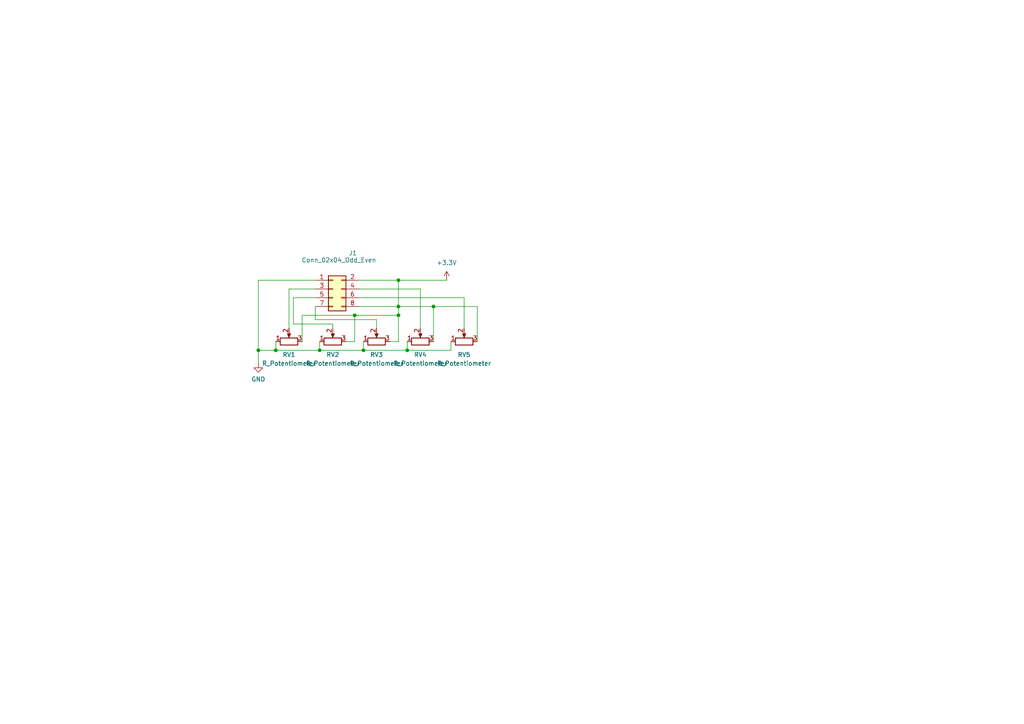
<source format=kicad_sch>
(kicad_sch
	(version 20250114)
	(generator "eeschema")
	(generator_version "9.0")
	(uuid "30781491-dbd5-4182-9b32-4fd32e681420")
	(paper "A4")
	(lib_symbols
		(symbol "Connector_Generic:Conn_02x04_Odd_Even"
			(pin_names
				(offset 1.016)
				(hide yes)
			)
			(exclude_from_sim no)
			(in_bom yes)
			(on_board yes)
			(property "Reference" "J"
				(at 1.27 5.08 0)
				(effects
					(font
						(size 1.27 1.27)
					)
				)
			)
			(property "Value" "Conn_02x04_Odd_Even"
				(at 1.27 -7.62 0)
				(effects
					(font
						(size 1.27 1.27)
					)
				)
			)
			(property "Footprint" ""
				(at 0 0 0)
				(effects
					(font
						(size 1.27 1.27)
					)
					(hide yes)
				)
			)
			(property "Datasheet" "~"
				(at 0 0 0)
				(effects
					(font
						(size 1.27 1.27)
					)
					(hide yes)
				)
			)
			(property "Description" "Generic connector, double row, 02x04, odd/even pin numbering scheme (row 1 odd numbers, row 2 even numbers), script generated (kicad-library-utils/schlib/autogen/connector/)"
				(at 0 0 0)
				(effects
					(font
						(size 1.27 1.27)
					)
					(hide yes)
				)
			)
			(property "ki_keywords" "connector"
				(at 0 0 0)
				(effects
					(font
						(size 1.27 1.27)
					)
					(hide yes)
				)
			)
			(property "ki_fp_filters" "Connector*:*_2x??_*"
				(at 0 0 0)
				(effects
					(font
						(size 1.27 1.27)
					)
					(hide yes)
				)
			)
			(symbol "Conn_02x04_Odd_Even_1_1"
				(rectangle
					(start -1.27 3.81)
					(end 3.81 -6.35)
					(stroke
						(width 0.254)
						(type default)
					)
					(fill
						(type background)
					)
				)
				(rectangle
					(start -1.27 2.667)
					(end 0 2.413)
					(stroke
						(width 0.1524)
						(type default)
					)
					(fill
						(type none)
					)
				)
				(rectangle
					(start -1.27 0.127)
					(end 0 -0.127)
					(stroke
						(width 0.1524)
						(type default)
					)
					(fill
						(type none)
					)
				)
				(rectangle
					(start -1.27 -2.413)
					(end 0 -2.667)
					(stroke
						(width 0.1524)
						(type default)
					)
					(fill
						(type none)
					)
				)
				(rectangle
					(start -1.27 -4.953)
					(end 0 -5.207)
					(stroke
						(width 0.1524)
						(type default)
					)
					(fill
						(type none)
					)
				)
				(rectangle
					(start 3.81 2.667)
					(end 2.54 2.413)
					(stroke
						(width 0.1524)
						(type default)
					)
					(fill
						(type none)
					)
				)
				(rectangle
					(start 3.81 0.127)
					(end 2.54 -0.127)
					(stroke
						(width 0.1524)
						(type default)
					)
					(fill
						(type none)
					)
				)
				(rectangle
					(start 3.81 -2.413)
					(end 2.54 -2.667)
					(stroke
						(width 0.1524)
						(type default)
					)
					(fill
						(type none)
					)
				)
				(rectangle
					(start 3.81 -4.953)
					(end 2.54 -5.207)
					(stroke
						(width 0.1524)
						(type default)
					)
					(fill
						(type none)
					)
				)
				(pin passive line
					(at -5.08 2.54 0)
					(length 3.81)
					(name "Pin_1"
						(effects
							(font
								(size 1.27 1.27)
							)
						)
					)
					(number "1"
						(effects
							(font
								(size 1.27 1.27)
							)
						)
					)
				)
				(pin passive line
					(at -5.08 0 0)
					(length 3.81)
					(name "Pin_3"
						(effects
							(font
								(size 1.27 1.27)
							)
						)
					)
					(number "3"
						(effects
							(font
								(size 1.27 1.27)
							)
						)
					)
				)
				(pin passive line
					(at -5.08 -2.54 0)
					(length 3.81)
					(name "Pin_5"
						(effects
							(font
								(size 1.27 1.27)
							)
						)
					)
					(number "5"
						(effects
							(font
								(size 1.27 1.27)
							)
						)
					)
				)
				(pin passive line
					(at -5.08 -5.08 0)
					(length 3.81)
					(name "Pin_7"
						(effects
							(font
								(size 1.27 1.27)
							)
						)
					)
					(number "7"
						(effects
							(font
								(size 1.27 1.27)
							)
						)
					)
				)
				(pin passive line
					(at 7.62 2.54 180)
					(length 3.81)
					(name "Pin_2"
						(effects
							(font
								(size 1.27 1.27)
							)
						)
					)
					(number "2"
						(effects
							(font
								(size 1.27 1.27)
							)
						)
					)
				)
				(pin passive line
					(at 7.62 0 180)
					(length 3.81)
					(name "Pin_4"
						(effects
							(font
								(size 1.27 1.27)
							)
						)
					)
					(number "4"
						(effects
							(font
								(size 1.27 1.27)
							)
						)
					)
				)
				(pin passive line
					(at 7.62 -2.54 180)
					(length 3.81)
					(name "Pin_6"
						(effects
							(font
								(size 1.27 1.27)
							)
						)
					)
					(number "6"
						(effects
							(font
								(size 1.27 1.27)
							)
						)
					)
				)
				(pin passive line
					(at 7.62 -5.08 180)
					(length 3.81)
					(name "Pin_8"
						(effects
							(font
								(size 1.27 1.27)
							)
						)
					)
					(number "8"
						(effects
							(font
								(size 1.27 1.27)
							)
						)
					)
				)
			)
			(embedded_fonts no)
		)
		(symbol "Device:R_Potentiometer"
			(pin_names
				(offset 1.016)
				(hide yes)
			)
			(exclude_from_sim no)
			(in_bom yes)
			(on_board yes)
			(property "Reference" "RV"
				(at -4.445 0 90)
				(effects
					(font
						(size 1.27 1.27)
					)
				)
			)
			(property "Value" "R_Potentiometer"
				(at -2.54 0 90)
				(effects
					(font
						(size 1.27 1.27)
					)
				)
			)
			(property "Footprint" ""
				(at 0 0 0)
				(effects
					(font
						(size 1.27 1.27)
					)
					(hide yes)
				)
			)
			(property "Datasheet" "~"
				(at 0 0 0)
				(effects
					(font
						(size 1.27 1.27)
					)
					(hide yes)
				)
			)
			(property "Description" "Potentiometer"
				(at 0 0 0)
				(effects
					(font
						(size 1.27 1.27)
					)
					(hide yes)
				)
			)
			(property "ki_keywords" "resistor variable"
				(at 0 0 0)
				(effects
					(font
						(size 1.27 1.27)
					)
					(hide yes)
				)
			)
			(property "ki_fp_filters" "Potentiometer*"
				(at 0 0 0)
				(effects
					(font
						(size 1.27 1.27)
					)
					(hide yes)
				)
			)
			(symbol "R_Potentiometer_0_1"
				(rectangle
					(start 1.016 2.54)
					(end -1.016 -2.54)
					(stroke
						(width 0.254)
						(type default)
					)
					(fill
						(type none)
					)
				)
				(polyline
					(pts
						(xy 1.143 0) (xy 2.286 0.508) (xy 2.286 -0.508) (xy 1.143 0)
					)
					(stroke
						(width 0)
						(type default)
					)
					(fill
						(type outline)
					)
				)
				(polyline
					(pts
						(xy 2.54 0) (xy 1.524 0)
					)
					(stroke
						(width 0)
						(type default)
					)
					(fill
						(type none)
					)
				)
			)
			(symbol "R_Potentiometer_1_1"
				(pin passive line
					(at 0 3.81 270)
					(length 1.27)
					(name "1"
						(effects
							(font
								(size 1.27 1.27)
							)
						)
					)
					(number "1"
						(effects
							(font
								(size 1.27 1.27)
							)
						)
					)
				)
				(pin passive line
					(at 0 -3.81 90)
					(length 1.27)
					(name "3"
						(effects
							(font
								(size 1.27 1.27)
							)
						)
					)
					(number "3"
						(effects
							(font
								(size 1.27 1.27)
							)
						)
					)
				)
				(pin passive line
					(at 3.81 0 180)
					(length 1.27)
					(name "2"
						(effects
							(font
								(size 1.27 1.27)
							)
						)
					)
					(number "2"
						(effects
							(font
								(size 1.27 1.27)
							)
						)
					)
				)
			)
			(embedded_fonts no)
		)
		(symbol "power:+3.3V"
			(power)
			(pin_numbers
				(hide yes)
			)
			(pin_names
				(offset 0)
				(hide yes)
			)
			(exclude_from_sim no)
			(in_bom yes)
			(on_board yes)
			(property "Reference" "#PWR"
				(at 0 -3.81 0)
				(effects
					(font
						(size 1.27 1.27)
					)
					(hide yes)
				)
			)
			(property "Value" "+3.3V"
				(at 0 3.556 0)
				(effects
					(font
						(size 1.27 1.27)
					)
				)
			)
			(property "Footprint" ""
				(at 0 0 0)
				(effects
					(font
						(size 1.27 1.27)
					)
					(hide yes)
				)
			)
			(property "Datasheet" ""
				(at 0 0 0)
				(effects
					(font
						(size 1.27 1.27)
					)
					(hide yes)
				)
			)
			(property "Description" "Power symbol creates a global label with name \"+3.3V\""
				(at 0 0 0)
				(effects
					(font
						(size 1.27 1.27)
					)
					(hide yes)
				)
			)
			(property "ki_keywords" "global power"
				(at 0 0 0)
				(effects
					(font
						(size 1.27 1.27)
					)
					(hide yes)
				)
			)
			(symbol "+3.3V_0_1"
				(polyline
					(pts
						(xy -0.762 1.27) (xy 0 2.54)
					)
					(stroke
						(width 0)
						(type default)
					)
					(fill
						(type none)
					)
				)
				(polyline
					(pts
						(xy 0 2.54) (xy 0.762 1.27)
					)
					(stroke
						(width 0)
						(type default)
					)
					(fill
						(type none)
					)
				)
				(polyline
					(pts
						(xy 0 0) (xy 0 2.54)
					)
					(stroke
						(width 0)
						(type default)
					)
					(fill
						(type none)
					)
				)
			)
			(symbol "+3.3V_1_1"
				(pin power_in line
					(at 0 0 90)
					(length 0)
					(name "~"
						(effects
							(font
								(size 1.27 1.27)
							)
						)
					)
					(number "1"
						(effects
							(font
								(size 1.27 1.27)
							)
						)
					)
				)
			)
			(embedded_fonts no)
		)
		(symbol "power:GND"
			(power)
			(pin_numbers
				(hide yes)
			)
			(pin_names
				(offset 0)
				(hide yes)
			)
			(exclude_from_sim no)
			(in_bom yes)
			(on_board yes)
			(property "Reference" "#PWR"
				(at 0 -6.35 0)
				(effects
					(font
						(size 1.27 1.27)
					)
					(hide yes)
				)
			)
			(property "Value" "GND"
				(at 0 -3.81 0)
				(effects
					(font
						(size 1.27 1.27)
					)
				)
			)
			(property "Footprint" ""
				(at 0 0 0)
				(effects
					(font
						(size 1.27 1.27)
					)
					(hide yes)
				)
			)
			(property "Datasheet" ""
				(at 0 0 0)
				(effects
					(font
						(size 1.27 1.27)
					)
					(hide yes)
				)
			)
			(property "Description" "Power symbol creates a global label with name \"GND\" , ground"
				(at 0 0 0)
				(effects
					(font
						(size 1.27 1.27)
					)
					(hide yes)
				)
			)
			(property "ki_keywords" "global power"
				(at 0 0 0)
				(effects
					(font
						(size 1.27 1.27)
					)
					(hide yes)
				)
			)
			(symbol "GND_0_1"
				(polyline
					(pts
						(xy 0 0) (xy 0 -1.27) (xy 1.27 -1.27) (xy 0 -2.54) (xy -1.27 -1.27) (xy 0 -1.27)
					)
					(stroke
						(width 0)
						(type default)
					)
					(fill
						(type none)
					)
				)
			)
			(symbol "GND_1_1"
				(pin power_in line
					(at 0 0 270)
					(length 0)
					(name "~"
						(effects
							(font
								(size 1.27 1.27)
							)
						)
					)
					(number "1"
						(effects
							(font
								(size 1.27 1.27)
							)
						)
					)
				)
			)
			(embedded_fonts no)
		)
	)
	(junction
		(at 115.57 88.9)
		(diameter 0)
		(color 0 0 0 0)
		(uuid "1f7a94a4-0d53-43dc-afda-24ab2483f28a")
	)
	(junction
		(at 74.93 101.6)
		(diameter 0)
		(color 0 0 0 0)
		(uuid "20bdc54f-b9b1-414f-a8c1-b1a00972039b")
	)
	(junction
		(at 118.11 101.6)
		(diameter 0)
		(color 0 0 0 0)
		(uuid "47475218-26ba-4afa-8884-58617653acf9")
	)
	(junction
		(at 92.71 101.6)
		(diameter 0)
		(color 0 0 0 0)
		(uuid "67ac134b-df3a-40ef-b3bc-0f8218e287e3")
	)
	(junction
		(at 80.01 101.6)
		(diameter 0)
		(color 0 0 0 0)
		(uuid "903c0ca6-6e69-4d01-b612-55e165a4db86")
	)
	(junction
		(at 125.73 88.9)
		(diameter 0)
		(color 0 0 0 0)
		(uuid "96ab3695-aa4e-4c82-b121-4d7df98d8d66")
	)
	(junction
		(at 102.87 91.44)
		(diameter 0)
		(color 0 0 0 0)
		(uuid "d254e016-b9cd-4f92-9122-5cf5dd52f17a")
	)
	(junction
		(at 115.57 91.44)
		(diameter 0)
		(color 0 0 0 0)
		(uuid "e881d908-f170-4f4c-820b-a94b3613a6b2")
	)
	(junction
		(at 115.57 81.28)
		(diameter 0)
		(color 0 0 0 0)
		(uuid "f98187d5-4b31-46c0-8d5e-fe11373aabaf")
	)
	(junction
		(at 105.41 101.6)
		(diameter 0)
		(color 0 0 0 0)
		(uuid "fdafdae2-b9dd-48fb-b964-f3bae51615bc")
	)
	(wire
		(pts
			(xy 92.71 99.06) (xy 92.71 101.6)
		)
		(stroke
			(width 0)
			(type default)
		)
		(uuid "007c83a8-3a13-4dbb-90a7-5918adb64c9c")
	)
	(wire
		(pts
			(xy 102.87 99.06) (xy 102.87 91.44)
		)
		(stroke
			(width 0)
			(type default)
		)
		(uuid "06a422cd-06fd-4c98-b825-3cf283daf6a0")
	)
	(wire
		(pts
			(xy 87.63 91.44) (xy 102.87 91.44)
		)
		(stroke
			(width 0)
			(type default)
		)
		(uuid "07370cbb-8d01-4c0f-b8c3-20b4a0274df9")
	)
	(wire
		(pts
			(xy 118.11 99.06) (xy 118.11 101.6)
		)
		(stroke
			(width 0)
			(type default)
		)
		(uuid "0f8fbfac-4581-4b68-8c0c-5143dfdf36d5")
	)
	(wire
		(pts
			(xy 118.11 101.6) (xy 105.41 101.6)
		)
		(stroke
			(width 0)
			(type default)
		)
		(uuid "156b8f5f-0ac2-4608-aff8-0bdd9cc83286")
	)
	(wire
		(pts
			(xy 104.14 81.28) (xy 115.57 81.28)
		)
		(stroke
			(width 0)
			(type default)
		)
		(uuid "1d800c00-fb3c-491f-95f2-dc77163f9fbf")
	)
	(wire
		(pts
			(xy 125.73 88.9) (xy 138.43 88.9)
		)
		(stroke
			(width 0)
			(type default)
		)
		(uuid "2cd8a1b0-2c7d-4d67-a369-4de0121743dc")
	)
	(wire
		(pts
			(xy 85.09 86.36) (xy 91.44 86.36)
		)
		(stroke
			(width 0)
			(type default)
		)
		(uuid "2dc7948a-0221-4e59-9b16-7aacac51eb58")
	)
	(wire
		(pts
			(xy 96.52 93.98) (xy 85.09 93.98)
		)
		(stroke
			(width 0)
			(type default)
		)
		(uuid "2f68f2db-fb1e-4914-a75d-8a138309184d")
	)
	(wire
		(pts
			(xy 115.57 88.9) (xy 115.57 91.44)
		)
		(stroke
			(width 0)
			(type default)
		)
		(uuid "303df4e3-1bbc-4c7b-8222-f9d48b97d504")
	)
	(wire
		(pts
			(xy 115.57 81.28) (xy 129.54 81.28)
		)
		(stroke
			(width 0)
			(type default)
		)
		(uuid "3070c8f3-e4da-461b-a6e3-12fbc87bee22")
	)
	(wire
		(pts
			(xy 115.57 91.44) (xy 115.57 99.06)
		)
		(stroke
			(width 0)
			(type default)
		)
		(uuid "41c044c5-2df4-4677-b6f2-7c9a064c280d")
	)
	(wire
		(pts
			(xy 80.01 101.6) (xy 74.93 101.6)
		)
		(stroke
			(width 0)
			(type default)
		)
		(uuid "50ac9ee3-91ac-4e0b-834d-df82d149dd65")
	)
	(wire
		(pts
			(xy 83.82 83.82) (xy 91.44 83.82)
		)
		(stroke
			(width 0)
			(type default)
		)
		(uuid "50ee4cc0-77df-4fb0-9584-3186c1cc68ff")
	)
	(wire
		(pts
			(xy 104.14 83.82) (xy 121.92 83.82)
		)
		(stroke
			(width 0)
			(type default)
		)
		(uuid "51eeaad6-3edd-40a9-b28b-0004ae80d028")
	)
	(wire
		(pts
			(xy 80.01 99.06) (xy 80.01 101.6)
		)
		(stroke
			(width 0)
			(type default)
		)
		(uuid "5745bda6-f2f2-477d-a40c-ef8379664a34")
	)
	(wire
		(pts
			(xy 91.44 88.9) (xy 91.44 92.71)
		)
		(stroke
			(width 0)
			(type default)
		)
		(uuid "60d1b83b-15e0-4477-8605-c0147606e4be")
	)
	(wire
		(pts
			(xy 104.14 88.9) (xy 115.57 88.9)
		)
		(stroke
			(width 0)
			(type default)
		)
		(uuid "6b834ab7-1737-46d0-a794-69a3094ef2b7")
	)
	(wire
		(pts
			(xy 85.09 93.98) (xy 85.09 86.36)
		)
		(stroke
			(width 0)
			(type default)
		)
		(uuid "6e51813a-8b48-41f9-92b6-3dd95c49f9ad")
	)
	(wire
		(pts
			(xy 74.93 81.28) (xy 74.93 101.6)
		)
		(stroke
			(width 0)
			(type default)
		)
		(uuid "6f96c315-548e-469c-8133-98ce1c2d0715")
	)
	(wire
		(pts
			(xy 134.62 86.36) (xy 134.62 95.25)
		)
		(stroke
			(width 0)
			(type default)
		)
		(uuid "931e9023-fffc-45f6-bc4e-7b98b6315424")
	)
	(wire
		(pts
			(xy 105.41 101.6) (xy 92.71 101.6)
		)
		(stroke
			(width 0)
			(type default)
		)
		(uuid "937cd84f-9980-4277-bd9d-ddcb54faa24a")
	)
	(wire
		(pts
			(xy 105.41 99.06) (xy 105.41 101.6)
		)
		(stroke
			(width 0)
			(type default)
		)
		(uuid "96c07ef1-8dd2-4831-9547-6162fe9ba43c")
	)
	(wire
		(pts
			(xy 91.44 92.71) (xy 109.22 92.71)
		)
		(stroke
			(width 0)
			(type default)
		)
		(uuid "97bf20b5-01ba-47cb-9ba2-66e6707c6eb7")
	)
	(wire
		(pts
			(xy 87.63 99.06) (xy 87.63 91.44)
		)
		(stroke
			(width 0)
			(type default)
		)
		(uuid "9d81b707-eb6a-4336-abcf-6a68dd6cc748")
	)
	(wire
		(pts
			(xy 100.33 99.06) (xy 102.87 99.06)
		)
		(stroke
			(width 0)
			(type default)
		)
		(uuid "a13f59b8-e3f6-40a2-a7d3-c8340a8bd36c")
	)
	(wire
		(pts
			(xy 130.81 101.6) (xy 130.81 99.06)
		)
		(stroke
			(width 0)
			(type default)
		)
		(uuid "aeb6d531-463f-4258-8af6-cb622c1c41f0")
	)
	(wire
		(pts
			(xy 74.93 101.6) (xy 74.93 105.41)
		)
		(stroke
			(width 0)
			(type default)
		)
		(uuid "af181f36-876f-405f-a37e-a8ae5c193472")
	)
	(wire
		(pts
			(xy 113.03 99.06) (xy 115.57 99.06)
		)
		(stroke
			(width 0)
			(type default)
		)
		(uuid "b395cb27-635c-41d0-a138-3776da099414")
	)
	(wire
		(pts
			(xy 121.92 83.82) (xy 121.92 95.25)
		)
		(stroke
			(width 0)
			(type default)
		)
		(uuid "ba7073e2-8d8f-4cc6-bf90-c1e9dda29225")
	)
	(wire
		(pts
			(xy 104.14 86.36) (xy 134.62 86.36)
		)
		(stroke
			(width 0)
			(type default)
		)
		(uuid "bb53177b-fbc0-4714-9247-a2b922bd26a5")
	)
	(wire
		(pts
			(xy 138.43 88.9) (xy 138.43 99.06)
		)
		(stroke
			(width 0)
			(type default)
		)
		(uuid "bbd596c4-e770-4d9e-b068-0442037afb04")
	)
	(wire
		(pts
			(xy 102.87 91.44) (xy 115.57 91.44)
		)
		(stroke
			(width 0)
			(type default)
		)
		(uuid "c0d948a0-b3d1-4116-bf67-b4972fcc5962")
	)
	(wire
		(pts
			(xy 92.71 101.6) (xy 80.01 101.6)
		)
		(stroke
			(width 0)
			(type default)
		)
		(uuid "c88640a1-6337-4350-ab07-1688bf250ae8")
	)
	(wire
		(pts
			(xy 118.11 101.6) (xy 130.81 101.6)
		)
		(stroke
			(width 0)
			(type default)
		)
		(uuid "d6f78a36-0739-451a-9a8d-525468112a2f")
	)
	(wire
		(pts
			(xy 74.93 81.28) (xy 91.44 81.28)
		)
		(stroke
			(width 0)
			(type default)
		)
		(uuid "d883dc00-411c-4c86-892c-10082ee8f1b0")
	)
	(wire
		(pts
			(xy 83.82 83.82) (xy 83.82 95.25)
		)
		(stroke
			(width 0)
			(type default)
		)
		(uuid "dc5ccb24-c3f1-4d28-9e5b-7c5387f35aed")
	)
	(wire
		(pts
			(xy 115.57 81.28) (xy 115.57 88.9)
		)
		(stroke
			(width 0)
			(type default)
		)
		(uuid "df2b1346-946c-4329-8a1c-64339ab633df")
	)
	(wire
		(pts
			(xy 96.52 93.98) (xy 96.52 95.25)
		)
		(stroke
			(width 0)
			(type default)
		)
		(uuid "e2bb65f4-4669-4337-a0a6-258ac167f12d")
	)
	(wire
		(pts
			(xy 125.73 99.06) (xy 125.73 88.9)
		)
		(stroke
			(width 0)
			(type default)
		)
		(uuid "e377da59-de50-4f3d-b96f-56078565a3d6")
	)
	(wire
		(pts
			(xy 109.22 92.71) (xy 109.22 95.25)
		)
		(stroke
			(width 0)
			(type default)
		)
		(uuid "f4c62a6d-533e-473e-a36f-04d5d125cbb0")
	)
	(wire
		(pts
			(xy 125.73 88.9) (xy 115.57 88.9)
		)
		(stroke
			(width 0)
			(type default)
		)
		(uuid "ffdd1653-f1b1-4a8b-ae03-9f2ee9a3cb09")
	)
	(symbol
		(lib_id "Device:R_Potentiometer")
		(at 134.62 99.06 90)
		(unit 1)
		(exclude_from_sim no)
		(in_bom yes)
		(on_board yes)
		(dnp no)
		(fields_autoplaced yes)
		(uuid "15e57d41-863d-4fd4-af5d-ccbe555bb8ce")
		(property "Reference" "RV5"
			(at 134.62 102.87 90)
			(effects
				(font
					(size 1.27 1.27)
				)
			)
		)
		(property "Value" "R_Potentiometer"
			(at 134.62 105.41 90)
			(effects
				(font
					(size 1.27 1.27)
				)
			)
		)
		(property "Footprint" "Stephen:Potentiometer_Alpha_RD901F-40-00D_Single_Vertical_CENTER"
			(at 134.62 99.06 0)
			(effects
				(font
					(size 1.27 1.27)
				)
				(hide yes)
			)
		)
		(property "Datasheet" "~"
			(at 134.62 99.06 0)
			(effects
				(font
					(size 1.27 1.27)
				)
				(hide yes)
			)
		)
		(property "Description" "Potentiometer"
			(at 134.62 99.06 0)
			(effects
				(font
					(size 1.27 1.27)
				)
				(hide yes)
			)
		)
		(pin "3"
			(uuid "38607496-8997-4572-9111-2bc364aa213c")
		)
		(pin "1"
			(uuid "e5abc719-397e-4bf9-a897-f5011a3eb81b")
		)
		(pin "2"
			(uuid "3d7dec01-f4d4-4934-99fa-dcde31f50e74")
		)
		(instances
			(project "midi_pot"
				(path "/30781491-dbd5-4182-9b32-4fd32e681420"
					(reference "RV5")
					(unit 1)
				)
			)
		)
	)
	(symbol
		(lib_id "power:+3.3V")
		(at 129.54 81.28 0)
		(unit 1)
		(exclude_from_sim no)
		(in_bom yes)
		(on_board yes)
		(dnp no)
		(fields_autoplaced yes)
		(uuid "3dd4c618-0100-4292-97c6-ba333005822f")
		(property "Reference" "#PWR01"
			(at 129.54 85.09 0)
			(effects
				(font
					(size 1.27 1.27)
				)
				(hide yes)
			)
		)
		(property "Value" "+3.3V"
			(at 129.54 76.2 0)
			(effects
				(font
					(size 1.27 1.27)
				)
			)
		)
		(property "Footprint" ""
			(at 129.54 81.28 0)
			(effects
				(font
					(size 1.27 1.27)
				)
				(hide yes)
			)
		)
		(property "Datasheet" ""
			(at 129.54 81.28 0)
			(effects
				(font
					(size 1.27 1.27)
				)
				(hide yes)
			)
		)
		(property "Description" "Power symbol creates a global label with name \"+3.3V\""
			(at 129.54 81.28 0)
			(effects
				(font
					(size 1.27 1.27)
				)
				(hide yes)
			)
		)
		(pin "1"
			(uuid "fc4dfd69-4b7a-4945-b1a0-c71827fdec7c")
		)
		(instances
			(project ""
				(path "/30781491-dbd5-4182-9b32-4fd32e681420"
					(reference "#PWR01")
					(unit 1)
				)
			)
		)
	)
	(symbol
		(lib_id "Device:R_Potentiometer")
		(at 121.92 99.06 90)
		(unit 1)
		(exclude_from_sim no)
		(in_bom yes)
		(on_board yes)
		(dnp no)
		(fields_autoplaced yes)
		(uuid "62404139-c2dd-4864-910e-f13ccfec10f4")
		(property "Reference" "RV4"
			(at 121.92 102.87 90)
			(effects
				(font
					(size 1.27 1.27)
				)
			)
		)
		(property "Value" "R_Potentiometer"
			(at 121.92 105.41 90)
			(effects
				(font
					(size 1.27 1.27)
				)
			)
		)
		(property "Footprint" "Stephen:Potentiometer_Alpha_RD901F-40-00D_Single_Vertical_CENTER"
			(at 121.92 99.06 0)
			(effects
				(font
					(size 1.27 1.27)
				)
				(hide yes)
			)
		)
		(property "Datasheet" "~"
			(at 121.92 99.06 0)
			(effects
				(font
					(size 1.27 1.27)
				)
				(hide yes)
			)
		)
		(property "Description" "Potentiometer"
			(at 121.92 99.06 0)
			(effects
				(font
					(size 1.27 1.27)
				)
				(hide yes)
			)
		)
		(pin "3"
			(uuid "6d13ce7c-5a11-4454-bd3a-7b41cc2c2a42")
		)
		(pin "1"
			(uuid "256cf38f-abae-436c-8d52-8a1dc146cce9")
		)
		(pin "2"
			(uuid "1c05c72f-7477-4d13-93f9-5785b6610298")
		)
		(instances
			(project "midi_pot"
				(path "/30781491-dbd5-4182-9b32-4fd32e681420"
					(reference "RV4")
					(unit 1)
				)
			)
		)
	)
	(symbol
		(lib_id "power:GND")
		(at 74.93 105.41 0)
		(unit 1)
		(exclude_from_sim no)
		(in_bom yes)
		(on_board yes)
		(dnp no)
		(uuid "833c3dd9-0526-4e23-8b96-ae1f1e6d8a5e")
		(property "Reference" "#PWR02"
			(at 74.93 111.76 0)
			(effects
				(font
					(size 1.27 1.27)
				)
				(hide yes)
			)
		)
		(property "Value" "GND"
			(at 74.93 109.982 0)
			(effects
				(font
					(size 1.27 1.27)
				)
			)
		)
		(property "Footprint" ""
			(at 74.93 105.41 0)
			(effects
				(font
					(size 1.27 1.27)
				)
				(hide yes)
			)
		)
		(property "Datasheet" ""
			(at 74.93 105.41 0)
			(effects
				(font
					(size 1.27 1.27)
				)
				(hide yes)
			)
		)
		(property "Description" "Power symbol creates a global label with name \"GND\" , ground"
			(at 74.93 105.41 0)
			(effects
				(font
					(size 1.27 1.27)
				)
				(hide yes)
			)
		)
		(pin "1"
			(uuid "89238bf6-8294-46fc-9847-b6668864c2ac")
		)
		(instances
			(project ""
				(path "/30781491-dbd5-4182-9b32-4fd32e681420"
					(reference "#PWR02")
					(unit 1)
				)
			)
		)
	)
	(symbol
		(lib_id "Device:R_Potentiometer")
		(at 96.52 99.06 90)
		(unit 1)
		(exclude_from_sim no)
		(in_bom yes)
		(on_board yes)
		(dnp no)
		(fields_autoplaced yes)
		(uuid "98556e51-80bc-4a62-8581-17db59c404f9")
		(property "Reference" "RV2"
			(at 96.52 102.87 90)
			(effects
				(font
					(size 1.27 1.27)
				)
			)
		)
		(property "Value" "R_Potentiometer"
			(at 96.52 105.41 90)
			(effects
				(font
					(size 1.27 1.27)
				)
			)
		)
		(property "Footprint" "Stephen:Potentiometer_Alpha_RD901F-40-00D_Single_Vertical_CENTER"
			(at 96.52 99.06 0)
			(effects
				(font
					(size 1.27 1.27)
				)
				(hide yes)
			)
		)
		(property "Datasheet" "~"
			(at 96.52 99.06 0)
			(effects
				(font
					(size 1.27 1.27)
				)
				(hide yes)
			)
		)
		(property "Description" "Potentiometer"
			(at 96.52 99.06 0)
			(effects
				(font
					(size 1.27 1.27)
				)
				(hide yes)
			)
		)
		(pin "3"
			(uuid "54f23ba1-ba6d-4286-bb04-fdf06cc96fa3")
		)
		(pin "1"
			(uuid "c38c1d92-77ac-44e8-a890-2c7aee167f51")
		)
		(pin "2"
			(uuid "5327aebf-9d72-4f24-b9f0-7ddb34511041")
		)
		(instances
			(project "midi_pot"
				(path "/30781491-dbd5-4182-9b32-4fd32e681420"
					(reference "RV2")
					(unit 1)
				)
			)
		)
	)
	(symbol
		(lib_id "Connector_Generic:Conn_02x04_Odd_Even")
		(at 96.52 83.82 0)
		(unit 1)
		(exclude_from_sim no)
		(in_bom yes)
		(on_board yes)
		(dnp no)
		(uuid "9a7889e0-bf34-4afd-8ba8-9f6da9e9c4f9")
		(property "Reference" "J1"
			(at 102.362 73.406 0)
			(effects
				(font
					(size 1.27 1.27)
				)
			)
		)
		(property "Value" "Conn_02x04_Odd_Even"
			(at 98.298 75.438 0)
			(effects
				(font
					(size 1.27 1.27)
				)
			)
		)
		(property "Footprint" "Stephen:MidiModuleBase"
			(at 96.52 83.82 0)
			(effects
				(font
					(size 1.27 1.27)
				)
				(hide yes)
			)
		)
		(property "Datasheet" "~"
			(at 96.52 83.82 0)
			(effects
				(font
					(size 1.27 1.27)
				)
				(hide yes)
			)
		)
		(property "Description" "Generic connector, double row, 02x04, odd/even pin numbering scheme (row 1 odd numbers, row 2 even numbers), script generated (kicad-library-utils/schlib/autogen/connector/)"
			(at 96.52 83.82 0)
			(effects
				(font
					(size 1.27 1.27)
				)
				(hide yes)
			)
		)
		(pin "5"
			(uuid "8422fac0-1c2e-4af8-a404-49aa25a223e0")
		)
		(pin "7"
			(uuid "29ebdbef-9eec-4267-9682-347e65d3464c")
		)
		(pin "3"
			(uuid "4f7b2a19-7964-4e13-bc72-6d42ee92db2c")
		)
		(pin "1"
			(uuid "89ff91b7-36e6-457e-938a-7cd1fef2c20e")
		)
		(pin "2"
			(uuid "fdbbdb2f-6254-4969-8ea8-86eb3d9d794a")
		)
		(pin "4"
			(uuid "6eb40a3a-4f37-46b1-9460-147e00593163")
		)
		(pin "6"
			(uuid "1b02573c-ea09-4364-92b5-04d36c700388")
		)
		(pin "8"
			(uuid "8f098330-2346-4c0c-95ce-acd509bef932")
		)
		(instances
			(project ""
				(path "/30781491-dbd5-4182-9b32-4fd32e681420"
					(reference "J1")
					(unit 1)
				)
			)
		)
	)
	(symbol
		(lib_id "Device:R_Potentiometer")
		(at 109.22 99.06 90)
		(unit 1)
		(exclude_from_sim no)
		(in_bom yes)
		(on_board yes)
		(dnp no)
		(fields_autoplaced yes)
		(uuid "aba7c2e5-2d3e-43ea-9a14-9d0ca3e08c4a")
		(property "Reference" "RV3"
			(at 109.22 102.87 90)
			(effects
				(font
					(size 1.27 1.27)
				)
			)
		)
		(property "Value" "R_Potentiometer"
			(at 109.22 105.41 90)
			(effects
				(font
					(size 1.27 1.27)
				)
			)
		)
		(property "Footprint" "Stephen:Potentiometer_Alpha_RD901F-40-00D_Single_Vertical_CENTER"
			(at 109.22 99.06 0)
			(effects
				(font
					(size 1.27 1.27)
				)
				(hide yes)
			)
		)
		(property "Datasheet" "~"
			(at 109.22 99.06 0)
			(effects
				(font
					(size 1.27 1.27)
				)
				(hide yes)
			)
		)
		(property "Description" "Potentiometer"
			(at 109.22 99.06 0)
			(effects
				(font
					(size 1.27 1.27)
				)
				(hide yes)
			)
		)
		(pin "3"
			(uuid "e54970ec-06ab-4c8a-a276-18425639e5ff")
		)
		(pin "1"
			(uuid "294c5894-53f5-4385-b2b6-3b1597a131ad")
		)
		(pin "2"
			(uuid "2e6d87dc-5e95-4409-be9c-12cb050601c9")
		)
		(instances
			(project "midi_pot"
				(path "/30781491-dbd5-4182-9b32-4fd32e681420"
					(reference "RV3")
					(unit 1)
				)
			)
		)
	)
	(symbol
		(lib_id "Device:R_Potentiometer")
		(at 83.82 99.06 90)
		(unit 1)
		(exclude_from_sim no)
		(in_bom yes)
		(on_board yes)
		(dnp no)
		(fields_autoplaced yes)
		(uuid "bdf18bb9-5230-439e-ae05-376e819c30b5")
		(property "Reference" "RV1"
			(at 83.82 102.87 90)
			(effects
				(font
					(size 1.27 1.27)
				)
			)
		)
		(property "Value" "R_Potentiometer"
			(at 83.82 105.41 90)
			(effects
				(font
					(size 1.27 1.27)
				)
			)
		)
		(property "Footprint" "Stephen:Potentiometer_Alpha_RD901F-40-00D_Single_Vertical_CENTER"
			(at 83.82 99.06 0)
			(effects
				(font
					(size 1.27 1.27)
				)
				(hide yes)
			)
		)
		(property "Datasheet" "~"
			(at 83.82 99.06 0)
			(effects
				(font
					(size 1.27 1.27)
				)
				(hide yes)
			)
		)
		(property "Description" "Potentiometer"
			(at 83.82 99.06 0)
			(effects
				(font
					(size 1.27 1.27)
				)
				(hide yes)
			)
		)
		(pin "3"
			(uuid "b74b465e-5fa4-4347-9218-ee64e19e9dde")
		)
		(pin "1"
			(uuid "be85ccbb-d933-490a-aaa5-9f096e03c9a5")
		)
		(pin "2"
			(uuid "a9739c86-d526-4d39-950b-ac6bcf3f0a64")
		)
		(instances
			(project ""
				(path "/30781491-dbd5-4182-9b32-4fd32e681420"
					(reference "RV1")
					(unit 1)
				)
			)
		)
	)
	(sheet_instances
		(path "/"
			(page "1")
		)
	)
	(embedded_fonts no)
)

</source>
